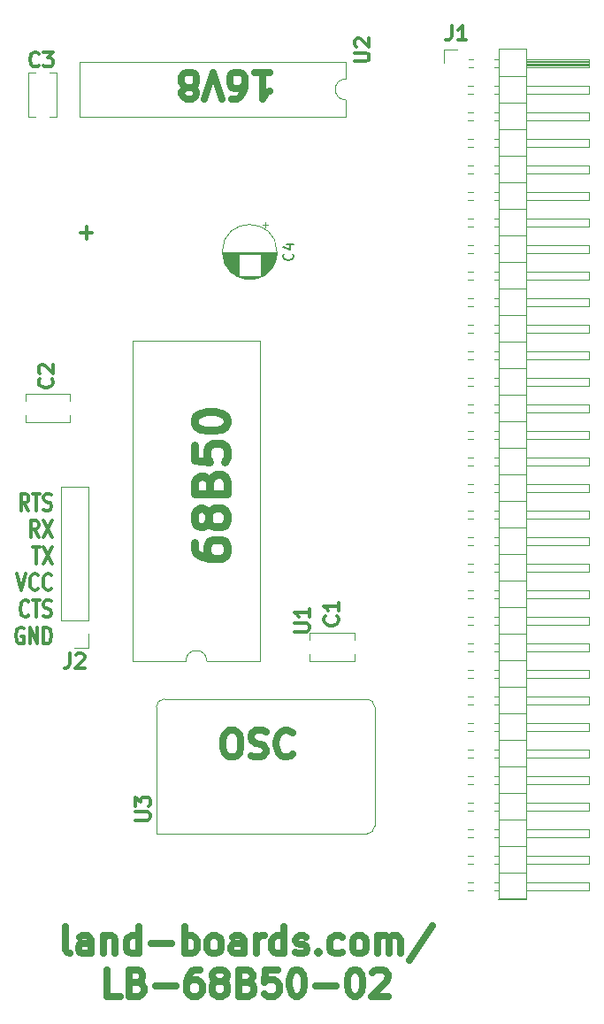
<source format=gto>
G04 #@! TF.GenerationSoftware,KiCad,Pcbnew,8.0.4*
G04 #@! TF.CreationDate,2024-09-11T13:37:03-04:00*
G04 #@! TF.ProjectId,LB-68B50-02,4c422d36-3842-4353-902d-30322e6b6963,2*
G04 #@! TF.SameCoordinates,Original*
G04 #@! TF.FileFunction,Legend,Top*
G04 #@! TF.FilePolarity,Positive*
%FSLAX46Y46*%
G04 Gerber Fmt 4.6, Leading zero omitted, Abs format (unit mm)*
G04 Created by KiCad (PCBNEW 8.0.4) date 2024-09-11 13:37:03*
%MOMM*%
%LPD*%
G01*
G04 APERTURE LIST*
%ADD10C,0.300000*%
%ADD11C,0.635000*%
%ADD12C,0.793750*%
%ADD13C,0.150000*%
%ADD14C,0.349250*%
%ADD15C,0.120000*%
G04 APERTURE END LIST*
D10*
X141270510Y-70857400D02*
X142413368Y-70857400D01*
X141841939Y-71428828D02*
X141841939Y-70285971D01*
D11*
X155545971Y-118464632D02*
X156029780Y-118464632D01*
X156029780Y-118464632D02*
X156271685Y-118585584D01*
X156271685Y-118585584D02*
X156513590Y-118827489D01*
X156513590Y-118827489D02*
X156634542Y-119311299D01*
X156634542Y-119311299D02*
X156634542Y-120157965D01*
X156634542Y-120157965D02*
X156513590Y-120641775D01*
X156513590Y-120641775D02*
X156271685Y-120883680D01*
X156271685Y-120883680D02*
X156029780Y-121004632D01*
X156029780Y-121004632D02*
X155545971Y-121004632D01*
X155545971Y-121004632D02*
X155304066Y-120883680D01*
X155304066Y-120883680D02*
X155062161Y-120641775D01*
X155062161Y-120641775D02*
X154941209Y-120157965D01*
X154941209Y-120157965D02*
X154941209Y-119311299D01*
X154941209Y-119311299D02*
X155062161Y-118827489D01*
X155062161Y-118827489D02*
X155304066Y-118585584D01*
X155304066Y-118585584D02*
X155545971Y-118464632D01*
X157602161Y-120883680D02*
X157965018Y-121004632D01*
X157965018Y-121004632D02*
X158569780Y-121004632D01*
X158569780Y-121004632D02*
X158811685Y-120883680D01*
X158811685Y-120883680D02*
X158932637Y-120762727D01*
X158932637Y-120762727D02*
X159053590Y-120520822D01*
X159053590Y-120520822D02*
X159053590Y-120278918D01*
X159053590Y-120278918D02*
X158932637Y-120037013D01*
X158932637Y-120037013D02*
X158811685Y-119916060D01*
X158811685Y-119916060D02*
X158569780Y-119795108D01*
X158569780Y-119795108D02*
X158085971Y-119674156D01*
X158085971Y-119674156D02*
X157844066Y-119553203D01*
X157844066Y-119553203D02*
X157723113Y-119432251D01*
X157723113Y-119432251D02*
X157602161Y-119190346D01*
X157602161Y-119190346D02*
X157602161Y-118948441D01*
X157602161Y-118948441D02*
X157723113Y-118706537D01*
X157723113Y-118706537D02*
X157844066Y-118585584D01*
X157844066Y-118585584D02*
X158085971Y-118464632D01*
X158085971Y-118464632D02*
X158690732Y-118464632D01*
X158690732Y-118464632D02*
X159053590Y-118585584D01*
X161593590Y-120762727D02*
X161472638Y-120883680D01*
X161472638Y-120883680D02*
X161109780Y-121004632D01*
X161109780Y-121004632D02*
X160867876Y-121004632D01*
X160867876Y-121004632D02*
X160505019Y-120883680D01*
X160505019Y-120883680D02*
X160263114Y-120641775D01*
X160263114Y-120641775D02*
X160142161Y-120399870D01*
X160142161Y-120399870D02*
X160021209Y-119916060D01*
X160021209Y-119916060D02*
X160021209Y-119553203D01*
X160021209Y-119553203D02*
X160142161Y-119069394D01*
X160142161Y-119069394D02*
X160263114Y-118827489D01*
X160263114Y-118827489D02*
X160505019Y-118585584D01*
X160505019Y-118585584D02*
X160867876Y-118464632D01*
X160867876Y-118464632D02*
X161109780Y-118464632D01*
X161109780Y-118464632D02*
X161472638Y-118585584D01*
X161472638Y-118585584D02*
X161593590Y-118706537D01*
D12*
X152176540Y-100514453D02*
X152176540Y-101119215D01*
X152176540Y-101119215D02*
X152327730Y-101421596D01*
X152327730Y-101421596D02*
X152478921Y-101572786D01*
X152478921Y-101572786D02*
X152932492Y-101875167D01*
X152932492Y-101875167D02*
X153537254Y-102026358D01*
X153537254Y-102026358D02*
X154746778Y-102026358D01*
X154746778Y-102026358D02*
X155049159Y-101875167D01*
X155049159Y-101875167D02*
X155200350Y-101723977D01*
X155200350Y-101723977D02*
X155351540Y-101421596D01*
X155351540Y-101421596D02*
X155351540Y-100816834D01*
X155351540Y-100816834D02*
X155200350Y-100514453D01*
X155200350Y-100514453D02*
X155049159Y-100363262D01*
X155049159Y-100363262D02*
X154746778Y-100212072D01*
X154746778Y-100212072D02*
X153990826Y-100212072D01*
X153990826Y-100212072D02*
X153688445Y-100363262D01*
X153688445Y-100363262D02*
X153537254Y-100514453D01*
X153537254Y-100514453D02*
X153386064Y-100816834D01*
X153386064Y-100816834D02*
X153386064Y-101421596D01*
X153386064Y-101421596D02*
X153537254Y-101723977D01*
X153537254Y-101723977D02*
X153688445Y-101875167D01*
X153688445Y-101875167D02*
X153990826Y-102026358D01*
X153537254Y-98397786D02*
X153386064Y-98700167D01*
X153386064Y-98700167D02*
X153234873Y-98851357D01*
X153234873Y-98851357D02*
X152932492Y-99002548D01*
X152932492Y-99002548D02*
X152781302Y-99002548D01*
X152781302Y-99002548D02*
X152478921Y-98851357D01*
X152478921Y-98851357D02*
X152327730Y-98700167D01*
X152327730Y-98700167D02*
X152176540Y-98397786D01*
X152176540Y-98397786D02*
X152176540Y-97793024D01*
X152176540Y-97793024D02*
X152327730Y-97490643D01*
X152327730Y-97490643D02*
X152478921Y-97339452D01*
X152478921Y-97339452D02*
X152781302Y-97188262D01*
X152781302Y-97188262D02*
X152932492Y-97188262D01*
X152932492Y-97188262D02*
X153234873Y-97339452D01*
X153234873Y-97339452D02*
X153386064Y-97490643D01*
X153386064Y-97490643D02*
X153537254Y-97793024D01*
X153537254Y-97793024D02*
X153537254Y-98397786D01*
X153537254Y-98397786D02*
X153688445Y-98700167D01*
X153688445Y-98700167D02*
X153839635Y-98851357D01*
X153839635Y-98851357D02*
X154142016Y-99002548D01*
X154142016Y-99002548D02*
X154746778Y-99002548D01*
X154746778Y-99002548D02*
X155049159Y-98851357D01*
X155049159Y-98851357D02*
X155200350Y-98700167D01*
X155200350Y-98700167D02*
X155351540Y-98397786D01*
X155351540Y-98397786D02*
X155351540Y-97793024D01*
X155351540Y-97793024D02*
X155200350Y-97490643D01*
X155200350Y-97490643D02*
X155049159Y-97339452D01*
X155049159Y-97339452D02*
X154746778Y-97188262D01*
X154746778Y-97188262D02*
X154142016Y-97188262D01*
X154142016Y-97188262D02*
X153839635Y-97339452D01*
X153839635Y-97339452D02*
X153688445Y-97490643D01*
X153688445Y-97490643D02*
X153537254Y-97793024D01*
X153688445Y-94769214D02*
X153839635Y-94315642D01*
X153839635Y-94315642D02*
X153990826Y-94164452D01*
X153990826Y-94164452D02*
X154293207Y-94013261D01*
X154293207Y-94013261D02*
X154746778Y-94013261D01*
X154746778Y-94013261D02*
X155049159Y-94164452D01*
X155049159Y-94164452D02*
X155200350Y-94315642D01*
X155200350Y-94315642D02*
X155351540Y-94618023D01*
X155351540Y-94618023D02*
X155351540Y-95827547D01*
X155351540Y-95827547D02*
X152176540Y-95827547D01*
X152176540Y-95827547D02*
X152176540Y-94769214D01*
X152176540Y-94769214D02*
X152327730Y-94466833D01*
X152327730Y-94466833D02*
X152478921Y-94315642D01*
X152478921Y-94315642D02*
X152781302Y-94164452D01*
X152781302Y-94164452D02*
X153083683Y-94164452D01*
X153083683Y-94164452D02*
X153386064Y-94315642D01*
X153386064Y-94315642D02*
X153537254Y-94466833D01*
X153537254Y-94466833D02*
X153688445Y-94769214D01*
X153688445Y-94769214D02*
X153688445Y-95827547D01*
X152176540Y-91140642D02*
X152176540Y-92652547D01*
X152176540Y-92652547D02*
X153688445Y-92803738D01*
X153688445Y-92803738D02*
X153537254Y-92652547D01*
X153537254Y-92652547D02*
X153386064Y-92350166D01*
X153386064Y-92350166D02*
X153386064Y-91594214D01*
X153386064Y-91594214D02*
X153537254Y-91291833D01*
X153537254Y-91291833D02*
X153688445Y-91140642D01*
X153688445Y-91140642D02*
X153990826Y-90989452D01*
X153990826Y-90989452D02*
X154746778Y-90989452D01*
X154746778Y-90989452D02*
X155049159Y-91140642D01*
X155049159Y-91140642D02*
X155200350Y-91291833D01*
X155200350Y-91291833D02*
X155351540Y-91594214D01*
X155351540Y-91594214D02*
X155351540Y-92350166D01*
X155351540Y-92350166D02*
X155200350Y-92652547D01*
X155200350Y-92652547D02*
X155049159Y-92803738D01*
X152176540Y-89023975D02*
X152176540Y-88721594D01*
X152176540Y-88721594D02*
X152327730Y-88419213D01*
X152327730Y-88419213D02*
X152478921Y-88268023D01*
X152478921Y-88268023D02*
X152781302Y-88116832D01*
X152781302Y-88116832D02*
X153386064Y-87965642D01*
X153386064Y-87965642D02*
X154142016Y-87965642D01*
X154142016Y-87965642D02*
X154746778Y-88116832D01*
X154746778Y-88116832D02*
X155049159Y-88268023D01*
X155049159Y-88268023D02*
X155200350Y-88419213D01*
X155200350Y-88419213D02*
X155351540Y-88721594D01*
X155351540Y-88721594D02*
X155351540Y-89023975D01*
X155351540Y-89023975D02*
X155200350Y-89326356D01*
X155200350Y-89326356D02*
X155049159Y-89477547D01*
X155049159Y-89477547D02*
X154746778Y-89628737D01*
X154746778Y-89628737D02*
X154142016Y-89779928D01*
X154142016Y-89779928D02*
X153386064Y-89779928D01*
X153386064Y-89779928D02*
X152781302Y-89628737D01*
X152781302Y-89628737D02*
X152478921Y-89477547D01*
X152478921Y-89477547D02*
X152327730Y-89326356D01*
X152327730Y-89326356D02*
X152176540Y-89023975D01*
D11*
X140232192Y-139813403D02*
X139990287Y-139692451D01*
X139990287Y-139692451D02*
X139869334Y-139450546D01*
X139869334Y-139450546D02*
X139869334Y-137273403D01*
X142288382Y-139813403D02*
X142288382Y-138482927D01*
X142288382Y-138482927D02*
X142167429Y-138241022D01*
X142167429Y-138241022D02*
X141925525Y-138120070D01*
X141925525Y-138120070D02*
X141441715Y-138120070D01*
X141441715Y-138120070D02*
X141199810Y-138241022D01*
X142288382Y-139692451D02*
X142046477Y-139813403D01*
X142046477Y-139813403D02*
X141441715Y-139813403D01*
X141441715Y-139813403D02*
X141199810Y-139692451D01*
X141199810Y-139692451D02*
X141078858Y-139450546D01*
X141078858Y-139450546D02*
X141078858Y-139208641D01*
X141078858Y-139208641D02*
X141199810Y-138966736D01*
X141199810Y-138966736D02*
X141441715Y-138845784D01*
X141441715Y-138845784D02*
X142046477Y-138845784D01*
X142046477Y-138845784D02*
X142288382Y-138724831D01*
X143497905Y-138120070D02*
X143497905Y-139813403D01*
X143497905Y-138361974D02*
X143618858Y-138241022D01*
X143618858Y-138241022D02*
X143860763Y-138120070D01*
X143860763Y-138120070D02*
X144223620Y-138120070D01*
X144223620Y-138120070D02*
X144465524Y-138241022D01*
X144465524Y-138241022D02*
X144586477Y-138482927D01*
X144586477Y-138482927D02*
X144586477Y-139813403D01*
X146884572Y-139813403D02*
X146884572Y-137273403D01*
X146884572Y-139692451D02*
X146642667Y-139813403D01*
X146642667Y-139813403D02*
X146158858Y-139813403D01*
X146158858Y-139813403D02*
X145916953Y-139692451D01*
X145916953Y-139692451D02*
X145796000Y-139571498D01*
X145796000Y-139571498D02*
X145675048Y-139329593D01*
X145675048Y-139329593D02*
X145675048Y-138603879D01*
X145675048Y-138603879D02*
X145796000Y-138361974D01*
X145796000Y-138361974D02*
X145916953Y-138241022D01*
X145916953Y-138241022D02*
X146158858Y-138120070D01*
X146158858Y-138120070D02*
X146642667Y-138120070D01*
X146642667Y-138120070D02*
X146884572Y-138241022D01*
X148094095Y-138845784D02*
X150029334Y-138845784D01*
X151238857Y-139813403D02*
X151238857Y-137273403D01*
X151238857Y-138241022D02*
X151480762Y-138120070D01*
X151480762Y-138120070D02*
X151964572Y-138120070D01*
X151964572Y-138120070D02*
X152206476Y-138241022D01*
X152206476Y-138241022D02*
X152327429Y-138361974D01*
X152327429Y-138361974D02*
X152448381Y-138603879D01*
X152448381Y-138603879D02*
X152448381Y-139329593D01*
X152448381Y-139329593D02*
X152327429Y-139571498D01*
X152327429Y-139571498D02*
X152206476Y-139692451D01*
X152206476Y-139692451D02*
X151964572Y-139813403D01*
X151964572Y-139813403D02*
X151480762Y-139813403D01*
X151480762Y-139813403D02*
X151238857Y-139692451D01*
X153899810Y-139813403D02*
X153657905Y-139692451D01*
X153657905Y-139692451D02*
X153536952Y-139571498D01*
X153536952Y-139571498D02*
X153416000Y-139329593D01*
X153416000Y-139329593D02*
X153416000Y-138603879D01*
X153416000Y-138603879D02*
X153536952Y-138361974D01*
X153536952Y-138361974D02*
X153657905Y-138241022D01*
X153657905Y-138241022D02*
X153899810Y-138120070D01*
X153899810Y-138120070D02*
X154262667Y-138120070D01*
X154262667Y-138120070D02*
X154504571Y-138241022D01*
X154504571Y-138241022D02*
X154625524Y-138361974D01*
X154625524Y-138361974D02*
X154746476Y-138603879D01*
X154746476Y-138603879D02*
X154746476Y-139329593D01*
X154746476Y-139329593D02*
X154625524Y-139571498D01*
X154625524Y-139571498D02*
X154504571Y-139692451D01*
X154504571Y-139692451D02*
X154262667Y-139813403D01*
X154262667Y-139813403D02*
X153899810Y-139813403D01*
X156923619Y-139813403D02*
X156923619Y-138482927D01*
X156923619Y-138482927D02*
X156802666Y-138241022D01*
X156802666Y-138241022D02*
X156560762Y-138120070D01*
X156560762Y-138120070D02*
X156076952Y-138120070D01*
X156076952Y-138120070D02*
X155835047Y-138241022D01*
X156923619Y-139692451D02*
X156681714Y-139813403D01*
X156681714Y-139813403D02*
X156076952Y-139813403D01*
X156076952Y-139813403D02*
X155835047Y-139692451D01*
X155835047Y-139692451D02*
X155714095Y-139450546D01*
X155714095Y-139450546D02*
X155714095Y-139208641D01*
X155714095Y-139208641D02*
X155835047Y-138966736D01*
X155835047Y-138966736D02*
X156076952Y-138845784D01*
X156076952Y-138845784D02*
X156681714Y-138845784D01*
X156681714Y-138845784D02*
X156923619Y-138724831D01*
X158133142Y-139813403D02*
X158133142Y-138120070D01*
X158133142Y-138603879D02*
X158254095Y-138361974D01*
X158254095Y-138361974D02*
X158375047Y-138241022D01*
X158375047Y-138241022D02*
X158616952Y-138120070D01*
X158616952Y-138120070D02*
X158858857Y-138120070D01*
X160794095Y-139813403D02*
X160794095Y-137273403D01*
X160794095Y-139692451D02*
X160552190Y-139813403D01*
X160552190Y-139813403D02*
X160068381Y-139813403D01*
X160068381Y-139813403D02*
X159826476Y-139692451D01*
X159826476Y-139692451D02*
X159705523Y-139571498D01*
X159705523Y-139571498D02*
X159584571Y-139329593D01*
X159584571Y-139329593D02*
X159584571Y-138603879D01*
X159584571Y-138603879D02*
X159705523Y-138361974D01*
X159705523Y-138361974D02*
X159826476Y-138241022D01*
X159826476Y-138241022D02*
X160068381Y-138120070D01*
X160068381Y-138120070D02*
X160552190Y-138120070D01*
X160552190Y-138120070D02*
X160794095Y-138241022D01*
X161882666Y-139692451D02*
X162124571Y-139813403D01*
X162124571Y-139813403D02*
X162608380Y-139813403D01*
X162608380Y-139813403D02*
X162850285Y-139692451D01*
X162850285Y-139692451D02*
X162971237Y-139450546D01*
X162971237Y-139450546D02*
X162971237Y-139329593D01*
X162971237Y-139329593D02*
X162850285Y-139087689D01*
X162850285Y-139087689D02*
X162608380Y-138966736D01*
X162608380Y-138966736D02*
X162245523Y-138966736D01*
X162245523Y-138966736D02*
X162003618Y-138845784D01*
X162003618Y-138845784D02*
X161882666Y-138603879D01*
X161882666Y-138603879D02*
X161882666Y-138482927D01*
X161882666Y-138482927D02*
X162003618Y-138241022D01*
X162003618Y-138241022D02*
X162245523Y-138120070D01*
X162245523Y-138120070D02*
X162608380Y-138120070D01*
X162608380Y-138120070D02*
X162850285Y-138241022D01*
X164059808Y-139571498D02*
X164180761Y-139692451D01*
X164180761Y-139692451D02*
X164059808Y-139813403D01*
X164059808Y-139813403D02*
X163938856Y-139692451D01*
X163938856Y-139692451D02*
X164059808Y-139571498D01*
X164059808Y-139571498D02*
X164059808Y-139813403D01*
X166357904Y-139692451D02*
X166115999Y-139813403D01*
X166115999Y-139813403D02*
X165632190Y-139813403D01*
X165632190Y-139813403D02*
X165390285Y-139692451D01*
X165390285Y-139692451D02*
X165269332Y-139571498D01*
X165269332Y-139571498D02*
X165148380Y-139329593D01*
X165148380Y-139329593D02*
X165148380Y-138603879D01*
X165148380Y-138603879D02*
X165269332Y-138361974D01*
X165269332Y-138361974D02*
X165390285Y-138241022D01*
X165390285Y-138241022D02*
X165632190Y-138120070D01*
X165632190Y-138120070D02*
X166115999Y-138120070D01*
X166115999Y-138120070D02*
X166357904Y-138241022D01*
X167809333Y-139813403D02*
X167567428Y-139692451D01*
X167567428Y-139692451D02*
X167446475Y-139571498D01*
X167446475Y-139571498D02*
X167325523Y-139329593D01*
X167325523Y-139329593D02*
X167325523Y-138603879D01*
X167325523Y-138603879D02*
X167446475Y-138361974D01*
X167446475Y-138361974D02*
X167567428Y-138241022D01*
X167567428Y-138241022D02*
X167809333Y-138120070D01*
X167809333Y-138120070D02*
X168172190Y-138120070D01*
X168172190Y-138120070D02*
X168414094Y-138241022D01*
X168414094Y-138241022D02*
X168535047Y-138361974D01*
X168535047Y-138361974D02*
X168655999Y-138603879D01*
X168655999Y-138603879D02*
X168655999Y-139329593D01*
X168655999Y-139329593D02*
X168535047Y-139571498D01*
X168535047Y-139571498D02*
X168414094Y-139692451D01*
X168414094Y-139692451D02*
X168172190Y-139813403D01*
X168172190Y-139813403D02*
X167809333Y-139813403D01*
X169744570Y-139813403D02*
X169744570Y-138120070D01*
X169744570Y-138361974D02*
X169865523Y-138241022D01*
X169865523Y-138241022D02*
X170107428Y-138120070D01*
X170107428Y-138120070D02*
X170470285Y-138120070D01*
X170470285Y-138120070D02*
X170712189Y-138241022D01*
X170712189Y-138241022D02*
X170833142Y-138482927D01*
X170833142Y-138482927D02*
X170833142Y-139813403D01*
X170833142Y-138482927D02*
X170954094Y-138241022D01*
X170954094Y-138241022D02*
X171195999Y-138120070D01*
X171195999Y-138120070D02*
X171558856Y-138120070D01*
X171558856Y-138120070D02*
X171800761Y-138241022D01*
X171800761Y-138241022D02*
X171921713Y-138482927D01*
X171921713Y-138482927D02*
X171921713Y-139813403D01*
X174945523Y-137152451D02*
X172768380Y-140418165D01*
X145070284Y-143902661D02*
X143860760Y-143902661D01*
X143860760Y-143902661D02*
X143860760Y-141362661D01*
X146763617Y-142572185D02*
X147126474Y-142693137D01*
X147126474Y-142693137D02*
X147247427Y-142814089D01*
X147247427Y-142814089D02*
X147368379Y-143055994D01*
X147368379Y-143055994D02*
X147368379Y-143418851D01*
X147368379Y-143418851D02*
X147247427Y-143660756D01*
X147247427Y-143660756D02*
X147126474Y-143781709D01*
X147126474Y-143781709D02*
X146884569Y-143902661D01*
X146884569Y-143902661D02*
X145916950Y-143902661D01*
X145916950Y-143902661D02*
X145916950Y-141362661D01*
X145916950Y-141362661D02*
X146763617Y-141362661D01*
X146763617Y-141362661D02*
X147005522Y-141483613D01*
X147005522Y-141483613D02*
X147126474Y-141604566D01*
X147126474Y-141604566D02*
X147247427Y-141846470D01*
X147247427Y-141846470D02*
X147247427Y-142088375D01*
X147247427Y-142088375D02*
X147126474Y-142330280D01*
X147126474Y-142330280D02*
X147005522Y-142451232D01*
X147005522Y-142451232D02*
X146763617Y-142572185D01*
X146763617Y-142572185D02*
X145916950Y-142572185D01*
X148456950Y-142935042D02*
X150392189Y-142935042D01*
X152690284Y-141362661D02*
X152206474Y-141362661D01*
X152206474Y-141362661D02*
X151964570Y-141483613D01*
X151964570Y-141483613D02*
X151843617Y-141604566D01*
X151843617Y-141604566D02*
X151601712Y-141967423D01*
X151601712Y-141967423D02*
X151480760Y-142451232D01*
X151480760Y-142451232D02*
X151480760Y-143418851D01*
X151480760Y-143418851D02*
X151601712Y-143660756D01*
X151601712Y-143660756D02*
X151722665Y-143781709D01*
X151722665Y-143781709D02*
X151964570Y-143902661D01*
X151964570Y-143902661D02*
X152448379Y-143902661D01*
X152448379Y-143902661D02*
X152690284Y-143781709D01*
X152690284Y-143781709D02*
X152811236Y-143660756D01*
X152811236Y-143660756D02*
X152932189Y-143418851D01*
X152932189Y-143418851D02*
X152932189Y-142814089D01*
X152932189Y-142814089D02*
X152811236Y-142572185D01*
X152811236Y-142572185D02*
X152690284Y-142451232D01*
X152690284Y-142451232D02*
X152448379Y-142330280D01*
X152448379Y-142330280D02*
X151964570Y-142330280D01*
X151964570Y-142330280D02*
X151722665Y-142451232D01*
X151722665Y-142451232D02*
X151601712Y-142572185D01*
X151601712Y-142572185D02*
X151480760Y-142814089D01*
X154383618Y-142451232D02*
X154141713Y-142330280D01*
X154141713Y-142330280D02*
X154020760Y-142209328D01*
X154020760Y-142209328D02*
X153899808Y-141967423D01*
X153899808Y-141967423D02*
X153899808Y-141846470D01*
X153899808Y-141846470D02*
X154020760Y-141604566D01*
X154020760Y-141604566D02*
X154141713Y-141483613D01*
X154141713Y-141483613D02*
X154383618Y-141362661D01*
X154383618Y-141362661D02*
X154867427Y-141362661D01*
X154867427Y-141362661D02*
X155109332Y-141483613D01*
X155109332Y-141483613D02*
X155230284Y-141604566D01*
X155230284Y-141604566D02*
X155351237Y-141846470D01*
X155351237Y-141846470D02*
X155351237Y-141967423D01*
X155351237Y-141967423D02*
X155230284Y-142209328D01*
X155230284Y-142209328D02*
X155109332Y-142330280D01*
X155109332Y-142330280D02*
X154867427Y-142451232D01*
X154867427Y-142451232D02*
X154383618Y-142451232D01*
X154383618Y-142451232D02*
X154141713Y-142572185D01*
X154141713Y-142572185D02*
X154020760Y-142693137D01*
X154020760Y-142693137D02*
X153899808Y-142935042D01*
X153899808Y-142935042D02*
X153899808Y-143418851D01*
X153899808Y-143418851D02*
X154020760Y-143660756D01*
X154020760Y-143660756D02*
X154141713Y-143781709D01*
X154141713Y-143781709D02*
X154383618Y-143902661D01*
X154383618Y-143902661D02*
X154867427Y-143902661D01*
X154867427Y-143902661D02*
X155109332Y-143781709D01*
X155109332Y-143781709D02*
X155230284Y-143660756D01*
X155230284Y-143660756D02*
X155351237Y-143418851D01*
X155351237Y-143418851D02*
X155351237Y-142935042D01*
X155351237Y-142935042D02*
X155230284Y-142693137D01*
X155230284Y-142693137D02*
X155109332Y-142572185D01*
X155109332Y-142572185D02*
X154867427Y-142451232D01*
X157286475Y-142572185D02*
X157649332Y-142693137D01*
X157649332Y-142693137D02*
X157770285Y-142814089D01*
X157770285Y-142814089D02*
X157891237Y-143055994D01*
X157891237Y-143055994D02*
X157891237Y-143418851D01*
X157891237Y-143418851D02*
X157770285Y-143660756D01*
X157770285Y-143660756D02*
X157649332Y-143781709D01*
X157649332Y-143781709D02*
X157407427Y-143902661D01*
X157407427Y-143902661D02*
X156439808Y-143902661D01*
X156439808Y-143902661D02*
X156439808Y-141362661D01*
X156439808Y-141362661D02*
X157286475Y-141362661D01*
X157286475Y-141362661D02*
X157528380Y-141483613D01*
X157528380Y-141483613D02*
X157649332Y-141604566D01*
X157649332Y-141604566D02*
X157770285Y-141846470D01*
X157770285Y-141846470D02*
X157770285Y-142088375D01*
X157770285Y-142088375D02*
X157649332Y-142330280D01*
X157649332Y-142330280D02*
X157528380Y-142451232D01*
X157528380Y-142451232D02*
X157286475Y-142572185D01*
X157286475Y-142572185D02*
X156439808Y-142572185D01*
X160189332Y-141362661D02*
X158979808Y-141362661D01*
X158979808Y-141362661D02*
X158858856Y-142572185D01*
X158858856Y-142572185D02*
X158979808Y-142451232D01*
X158979808Y-142451232D02*
X159221713Y-142330280D01*
X159221713Y-142330280D02*
X159826475Y-142330280D01*
X159826475Y-142330280D02*
X160068380Y-142451232D01*
X160068380Y-142451232D02*
X160189332Y-142572185D01*
X160189332Y-142572185D02*
X160310285Y-142814089D01*
X160310285Y-142814089D02*
X160310285Y-143418851D01*
X160310285Y-143418851D02*
X160189332Y-143660756D01*
X160189332Y-143660756D02*
X160068380Y-143781709D01*
X160068380Y-143781709D02*
X159826475Y-143902661D01*
X159826475Y-143902661D02*
X159221713Y-143902661D01*
X159221713Y-143902661D02*
X158979808Y-143781709D01*
X158979808Y-143781709D02*
X158858856Y-143660756D01*
X161882666Y-141362661D02*
X162124571Y-141362661D01*
X162124571Y-141362661D02*
X162366475Y-141483613D01*
X162366475Y-141483613D02*
X162487428Y-141604566D01*
X162487428Y-141604566D02*
X162608380Y-141846470D01*
X162608380Y-141846470D02*
X162729333Y-142330280D01*
X162729333Y-142330280D02*
X162729333Y-142935042D01*
X162729333Y-142935042D02*
X162608380Y-143418851D01*
X162608380Y-143418851D02*
X162487428Y-143660756D01*
X162487428Y-143660756D02*
X162366475Y-143781709D01*
X162366475Y-143781709D02*
X162124571Y-143902661D01*
X162124571Y-143902661D02*
X161882666Y-143902661D01*
X161882666Y-143902661D02*
X161640761Y-143781709D01*
X161640761Y-143781709D02*
X161519809Y-143660756D01*
X161519809Y-143660756D02*
X161398856Y-143418851D01*
X161398856Y-143418851D02*
X161277904Y-142935042D01*
X161277904Y-142935042D02*
X161277904Y-142330280D01*
X161277904Y-142330280D02*
X161398856Y-141846470D01*
X161398856Y-141846470D02*
X161519809Y-141604566D01*
X161519809Y-141604566D02*
X161640761Y-141483613D01*
X161640761Y-141483613D02*
X161882666Y-141362661D01*
X163817904Y-142935042D02*
X165753143Y-142935042D01*
X167446476Y-141362661D02*
X167688381Y-141362661D01*
X167688381Y-141362661D02*
X167930285Y-141483613D01*
X167930285Y-141483613D02*
X168051238Y-141604566D01*
X168051238Y-141604566D02*
X168172190Y-141846470D01*
X168172190Y-141846470D02*
X168293143Y-142330280D01*
X168293143Y-142330280D02*
X168293143Y-142935042D01*
X168293143Y-142935042D02*
X168172190Y-143418851D01*
X168172190Y-143418851D02*
X168051238Y-143660756D01*
X168051238Y-143660756D02*
X167930285Y-143781709D01*
X167930285Y-143781709D02*
X167688381Y-143902661D01*
X167688381Y-143902661D02*
X167446476Y-143902661D01*
X167446476Y-143902661D02*
X167204571Y-143781709D01*
X167204571Y-143781709D02*
X167083619Y-143660756D01*
X167083619Y-143660756D02*
X166962666Y-143418851D01*
X166962666Y-143418851D02*
X166841714Y-142935042D01*
X166841714Y-142935042D02*
X166841714Y-142330280D01*
X166841714Y-142330280D02*
X166962666Y-141846470D01*
X166962666Y-141846470D02*
X167083619Y-141604566D01*
X167083619Y-141604566D02*
X167204571Y-141483613D01*
X167204571Y-141483613D02*
X167446476Y-141362661D01*
X169260762Y-141604566D02*
X169381714Y-141483613D01*
X169381714Y-141483613D02*
X169623619Y-141362661D01*
X169623619Y-141362661D02*
X170228381Y-141362661D01*
X170228381Y-141362661D02*
X170470286Y-141483613D01*
X170470286Y-141483613D02*
X170591238Y-141604566D01*
X170591238Y-141604566D02*
X170712191Y-141846470D01*
X170712191Y-141846470D02*
X170712191Y-142088375D01*
X170712191Y-142088375D02*
X170591238Y-142451232D01*
X170591238Y-142451232D02*
X169139810Y-143902661D01*
X169139810Y-143902661D02*
X170712191Y-143902661D01*
D10*
X136321584Y-97405495D02*
X135898250Y-96649542D01*
X135595869Y-97405495D02*
X135595869Y-95817995D01*
X135595869Y-95817995D02*
X136079679Y-95817995D01*
X136079679Y-95817995D02*
X136200631Y-95893590D01*
X136200631Y-95893590D02*
X136261108Y-95969185D01*
X136261108Y-95969185D02*
X136321584Y-96120376D01*
X136321584Y-96120376D02*
X136321584Y-96347161D01*
X136321584Y-96347161D02*
X136261108Y-96498352D01*
X136261108Y-96498352D02*
X136200631Y-96573947D01*
X136200631Y-96573947D02*
X136079679Y-96649542D01*
X136079679Y-96649542D02*
X135595869Y-96649542D01*
X136684441Y-95817995D02*
X137410155Y-95817995D01*
X137047298Y-97405495D02*
X137047298Y-95817995D01*
X137773012Y-97329900D02*
X137954441Y-97405495D01*
X137954441Y-97405495D02*
X138256822Y-97405495D01*
X138256822Y-97405495D02*
X138377774Y-97329900D01*
X138377774Y-97329900D02*
X138438250Y-97254304D01*
X138438250Y-97254304D02*
X138498727Y-97103114D01*
X138498727Y-97103114D02*
X138498727Y-96951923D01*
X138498727Y-96951923D02*
X138438250Y-96800733D01*
X138438250Y-96800733D02*
X138377774Y-96725138D01*
X138377774Y-96725138D02*
X138256822Y-96649542D01*
X138256822Y-96649542D02*
X138014917Y-96573947D01*
X138014917Y-96573947D02*
X137893965Y-96498352D01*
X137893965Y-96498352D02*
X137833488Y-96422757D01*
X137833488Y-96422757D02*
X137773012Y-96271566D01*
X137773012Y-96271566D02*
X137773012Y-96120376D01*
X137773012Y-96120376D02*
X137833488Y-95969185D01*
X137833488Y-95969185D02*
X137893965Y-95893590D01*
X137893965Y-95893590D02*
X138014917Y-95817995D01*
X138014917Y-95817995D02*
X138317298Y-95817995D01*
X138317298Y-95817995D02*
X138498727Y-95893590D01*
X137289203Y-99961281D02*
X136865869Y-99205328D01*
X136563488Y-99961281D02*
X136563488Y-98373781D01*
X136563488Y-98373781D02*
X137047298Y-98373781D01*
X137047298Y-98373781D02*
X137168250Y-98449376D01*
X137168250Y-98449376D02*
X137228727Y-98524971D01*
X137228727Y-98524971D02*
X137289203Y-98676162D01*
X137289203Y-98676162D02*
X137289203Y-98902947D01*
X137289203Y-98902947D02*
X137228727Y-99054138D01*
X137228727Y-99054138D02*
X137168250Y-99129733D01*
X137168250Y-99129733D02*
X137047298Y-99205328D01*
X137047298Y-99205328D02*
X136563488Y-99205328D01*
X137712536Y-98373781D02*
X138559203Y-99961281D01*
X138559203Y-98373781D02*
X137712536Y-99961281D01*
X136684441Y-100929567D02*
X137410155Y-100929567D01*
X137047298Y-102517067D02*
X137047298Y-100929567D01*
X137712536Y-100929567D02*
X138559203Y-102517067D01*
X138559203Y-100929567D02*
X137712536Y-102517067D01*
X135233013Y-103485353D02*
X135656346Y-105072853D01*
X135656346Y-105072853D02*
X136079680Y-103485353D01*
X137228727Y-104921662D02*
X137168251Y-104997258D01*
X137168251Y-104997258D02*
X136986822Y-105072853D01*
X136986822Y-105072853D02*
X136865870Y-105072853D01*
X136865870Y-105072853D02*
X136684441Y-104997258D01*
X136684441Y-104997258D02*
X136563489Y-104846067D01*
X136563489Y-104846067D02*
X136503012Y-104694877D01*
X136503012Y-104694877D02*
X136442536Y-104392496D01*
X136442536Y-104392496D02*
X136442536Y-104165710D01*
X136442536Y-104165710D02*
X136503012Y-103863329D01*
X136503012Y-103863329D02*
X136563489Y-103712138D01*
X136563489Y-103712138D02*
X136684441Y-103560948D01*
X136684441Y-103560948D02*
X136865870Y-103485353D01*
X136865870Y-103485353D02*
X136986822Y-103485353D01*
X136986822Y-103485353D02*
X137168251Y-103560948D01*
X137168251Y-103560948D02*
X137228727Y-103636543D01*
X138498727Y-104921662D02*
X138438251Y-104997258D01*
X138438251Y-104997258D02*
X138256822Y-105072853D01*
X138256822Y-105072853D02*
X138135870Y-105072853D01*
X138135870Y-105072853D02*
X137954441Y-104997258D01*
X137954441Y-104997258D02*
X137833489Y-104846067D01*
X137833489Y-104846067D02*
X137773012Y-104694877D01*
X137773012Y-104694877D02*
X137712536Y-104392496D01*
X137712536Y-104392496D02*
X137712536Y-104165710D01*
X137712536Y-104165710D02*
X137773012Y-103863329D01*
X137773012Y-103863329D02*
X137833489Y-103712138D01*
X137833489Y-103712138D02*
X137954441Y-103560948D01*
X137954441Y-103560948D02*
X138135870Y-103485353D01*
X138135870Y-103485353D02*
X138256822Y-103485353D01*
X138256822Y-103485353D02*
X138438251Y-103560948D01*
X138438251Y-103560948D02*
X138498727Y-103636543D01*
X136321584Y-107477448D02*
X136261108Y-107553044D01*
X136261108Y-107553044D02*
X136079679Y-107628639D01*
X136079679Y-107628639D02*
X135958727Y-107628639D01*
X135958727Y-107628639D02*
X135777298Y-107553044D01*
X135777298Y-107553044D02*
X135656346Y-107401853D01*
X135656346Y-107401853D02*
X135595869Y-107250663D01*
X135595869Y-107250663D02*
X135535393Y-106948282D01*
X135535393Y-106948282D02*
X135535393Y-106721496D01*
X135535393Y-106721496D02*
X135595869Y-106419115D01*
X135595869Y-106419115D02*
X135656346Y-106267924D01*
X135656346Y-106267924D02*
X135777298Y-106116734D01*
X135777298Y-106116734D02*
X135958727Y-106041139D01*
X135958727Y-106041139D02*
X136079679Y-106041139D01*
X136079679Y-106041139D02*
X136261108Y-106116734D01*
X136261108Y-106116734D02*
X136321584Y-106192329D01*
X136684441Y-106041139D02*
X137410155Y-106041139D01*
X137047298Y-107628639D02*
X137047298Y-106041139D01*
X137773012Y-107553044D02*
X137954441Y-107628639D01*
X137954441Y-107628639D02*
X138256822Y-107628639D01*
X138256822Y-107628639D02*
X138377774Y-107553044D01*
X138377774Y-107553044D02*
X138438250Y-107477448D01*
X138438250Y-107477448D02*
X138498727Y-107326258D01*
X138498727Y-107326258D02*
X138498727Y-107175067D01*
X138498727Y-107175067D02*
X138438250Y-107023877D01*
X138438250Y-107023877D02*
X138377774Y-106948282D01*
X138377774Y-106948282D02*
X138256822Y-106872686D01*
X138256822Y-106872686D02*
X138014917Y-106797091D01*
X138014917Y-106797091D02*
X137893965Y-106721496D01*
X137893965Y-106721496D02*
X137833488Y-106645901D01*
X137833488Y-106645901D02*
X137773012Y-106494710D01*
X137773012Y-106494710D02*
X137773012Y-106343520D01*
X137773012Y-106343520D02*
X137833488Y-106192329D01*
X137833488Y-106192329D02*
X137893965Y-106116734D01*
X137893965Y-106116734D02*
X138014917Y-106041139D01*
X138014917Y-106041139D02*
X138317298Y-106041139D01*
X138317298Y-106041139D02*
X138498727Y-106116734D01*
X135837775Y-108672520D02*
X135716822Y-108596925D01*
X135716822Y-108596925D02*
X135535394Y-108596925D01*
X135535394Y-108596925D02*
X135353965Y-108672520D01*
X135353965Y-108672520D02*
X135233013Y-108823710D01*
X135233013Y-108823710D02*
X135172536Y-108974901D01*
X135172536Y-108974901D02*
X135112060Y-109277282D01*
X135112060Y-109277282D02*
X135112060Y-109504068D01*
X135112060Y-109504068D02*
X135172536Y-109806449D01*
X135172536Y-109806449D02*
X135233013Y-109957639D01*
X135233013Y-109957639D02*
X135353965Y-110108830D01*
X135353965Y-110108830D02*
X135535394Y-110184425D01*
X135535394Y-110184425D02*
X135656346Y-110184425D01*
X135656346Y-110184425D02*
X135837775Y-110108830D01*
X135837775Y-110108830D02*
X135898251Y-110033234D01*
X135898251Y-110033234D02*
X135898251Y-109504068D01*
X135898251Y-109504068D02*
X135656346Y-109504068D01*
X136442536Y-110184425D02*
X136442536Y-108596925D01*
X136442536Y-108596925D02*
X137168251Y-110184425D01*
X137168251Y-110184425D02*
X137168251Y-108596925D01*
X137773012Y-110184425D02*
X137773012Y-108596925D01*
X137773012Y-108596925D02*
X138075393Y-108596925D01*
X138075393Y-108596925D02*
X138256822Y-108672520D01*
X138256822Y-108672520D02*
X138377774Y-108823710D01*
X138377774Y-108823710D02*
X138438251Y-108974901D01*
X138438251Y-108974901D02*
X138498727Y-109277282D01*
X138498727Y-109277282D02*
X138498727Y-109504068D01*
X138498727Y-109504068D02*
X138438251Y-109806449D01*
X138438251Y-109806449D02*
X138377774Y-109957639D01*
X138377774Y-109957639D02*
X138256822Y-110108830D01*
X138256822Y-110108830D02*
X138075393Y-110184425D01*
X138075393Y-110184425D02*
X137773012Y-110184425D01*
D11*
X157975904Y-55499967D02*
X159427333Y-55499967D01*
X158701619Y-55499967D02*
X158701619Y-58039967D01*
X158701619Y-58039967D02*
X158943523Y-57677110D01*
X158943523Y-57677110D02*
X159185428Y-57435205D01*
X159185428Y-57435205D02*
X159427333Y-57314253D01*
X155798761Y-58039967D02*
X156282571Y-58039967D01*
X156282571Y-58039967D02*
X156524475Y-57919015D01*
X156524475Y-57919015D02*
X156645428Y-57798062D01*
X156645428Y-57798062D02*
X156887333Y-57435205D01*
X156887333Y-57435205D02*
X157008285Y-56951396D01*
X157008285Y-56951396D02*
X157008285Y-55983777D01*
X157008285Y-55983777D02*
X156887333Y-55741872D01*
X156887333Y-55741872D02*
X156766380Y-55620920D01*
X156766380Y-55620920D02*
X156524475Y-55499967D01*
X156524475Y-55499967D02*
X156040666Y-55499967D01*
X156040666Y-55499967D02*
X155798761Y-55620920D01*
X155798761Y-55620920D02*
X155677809Y-55741872D01*
X155677809Y-55741872D02*
X155556856Y-55983777D01*
X155556856Y-55983777D02*
X155556856Y-56588539D01*
X155556856Y-56588539D02*
X155677809Y-56830443D01*
X155677809Y-56830443D02*
X155798761Y-56951396D01*
X155798761Y-56951396D02*
X156040666Y-57072348D01*
X156040666Y-57072348D02*
X156524475Y-57072348D01*
X156524475Y-57072348D02*
X156766380Y-56951396D01*
X156766380Y-56951396D02*
X156887333Y-56830443D01*
X156887333Y-56830443D02*
X157008285Y-56588539D01*
X154831142Y-58039967D02*
X153984475Y-55499967D01*
X153984475Y-55499967D02*
X153137808Y-58039967D01*
X151928284Y-56951396D02*
X152170189Y-57072348D01*
X152170189Y-57072348D02*
X152291142Y-57193300D01*
X152291142Y-57193300D02*
X152412094Y-57435205D01*
X152412094Y-57435205D02*
X152412094Y-57556158D01*
X152412094Y-57556158D02*
X152291142Y-57798062D01*
X152291142Y-57798062D02*
X152170189Y-57919015D01*
X152170189Y-57919015D02*
X151928284Y-58039967D01*
X151928284Y-58039967D02*
X151444475Y-58039967D01*
X151444475Y-58039967D02*
X151202570Y-57919015D01*
X151202570Y-57919015D02*
X151081618Y-57798062D01*
X151081618Y-57798062D02*
X150960665Y-57556158D01*
X150960665Y-57556158D02*
X150960665Y-57435205D01*
X150960665Y-57435205D02*
X151081618Y-57193300D01*
X151081618Y-57193300D02*
X151202570Y-57072348D01*
X151202570Y-57072348D02*
X151444475Y-56951396D01*
X151444475Y-56951396D02*
X151928284Y-56951396D01*
X151928284Y-56951396D02*
X152170189Y-56830443D01*
X152170189Y-56830443D02*
X152291142Y-56709491D01*
X152291142Y-56709491D02*
X152412094Y-56467586D01*
X152412094Y-56467586D02*
X152412094Y-55983777D01*
X152412094Y-55983777D02*
X152291142Y-55741872D01*
X152291142Y-55741872D02*
X152170189Y-55620920D01*
X152170189Y-55620920D02*
X151928284Y-55499967D01*
X151928284Y-55499967D02*
X151444475Y-55499967D01*
X151444475Y-55499967D02*
X151202570Y-55620920D01*
X151202570Y-55620920D02*
X151081618Y-55741872D01*
X151081618Y-55741872D02*
X150960665Y-55983777D01*
X150960665Y-55983777D02*
X150960665Y-56467586D01*
X150960665Y-56467586D02*
X151081618Y-56709491D01*
X151081618Y-56709491D02*
X151202570Y-56830443D01*
X151202570Y-56830443D02*
X151444475Y-56951396D01*
D13*
X161589580Y-72855554D02*
X161637200Y-72903173D01*
X161637200Y-72903173D02*
X161684819Y-73046030D01*
X161684819Y-73046030D02*
X161684819Y-73141268D01*
X161684819Y-73141268D02*
X161637200Y-73284125D01*
X161637200Y-73284125D02*
X161541961Y-73379363D01*
X161541961Y-73379363D02*
X161446723Y-73426982D01*
X161446723Y-73426982D02*
X161256247Y-73474601D01*
X161256247Y-73474601D02*
X161113390Y-73474601D01*
X161113390Y-73474601D02*
X160922914Y-73426982D01*
X160922914Y-73426982D02*
X160827676Y-73379363D01*
X160827676Y-73379363D02*
X160732438Y-73284125D01*
X160732438Y-73284125D02*
X160684819Y-73141268D01*
X160684819Y-73141268D02*
X160684819Y-73046030D01*
X160684819Y-73046030D02*
X160732438Y-72903173D01*
X160732438Y-72903173D02*
X160780057Y-72855554D01*
X161018152Y-71998411D02*
X161684819Y-71998411D01*
X160637200Y-72236506D02*
X161351485Y-72474601D01*
X161351485Y-72474601D02*
X161351485Y-71855554D01*
D14*
X176826333Y-51047117D02*
X176826333Y-52044974D01*
X176826333Y-52044974D02*
X176759810Y-52244546D01*
X176759810Y-52244546D02*
X176626762Y-52377594D01*
X176626762Y-52377594D02*
X176427191Y-52444117D01*
X176427191Y-52444117D02*
X176294143Y-52444117D01*
X178223333Y-52444117D02*
X177425048Y-52444117D01*
X177824191Y-52444117D02*
X177824191Y-51047117D01*
X177824191Y-51047117D02*
X177691143Y-51246689D01*
X177691143Y-51246689D02*
X177558095Y-51379736D01*
X177558095Y-51379736D02*
X177425048Y-51446260D01*
X161791117Y-109014380D02*
X162922022Y-109014380D01*
X162922022Y-109014380D02*
X163055070Y-108947857D01*
X163055070Y-108947857D02*
X163121594Y-108881333D01*
X163121594Y-108881333D02*
X163188117Y-108748285D01*
X163188117Y-108748285D02*
X163188117Y-108482190D01*
X163188117Y-108482190D02*
X163121594Y-108349142D01*
X163121594Y-108349142D02*
X163055070Y-108282619D01*
X163055070Y-108282619D02*
X162922022Y-108216095D01*
X162922022Y-108216095D02*
X161791117Y-108216095D01*
X163188117Y-106819095D02*
X163188117Y-107617380D01*
X163188117Y-107218237D02*
X161791117Y-107218237D01*
X161791117Y-107218237D02*
X161990689Y-107351285D01*
X161990689Y-107351285D02*
X162123736Y-107484333D01*
X162123736Y-107484333D02*
X162190260Y-107617380D01*
X167531517Y-54455180D02*
X168662422Y-54455180D01*
X168662422Y-54455180D02*
X168795470Y-54388657D01*
X168795470Y-54388657D02*
X168861994Y-54322133D01*
X168861994Y-54322133D02*
X168928517Y-54189085D01*
X168928517Y-54189085D02*
X168928517Y-53922990D01*
X168928517Y-53922990D02*
X168861994Y-53789942D01*
X168861994Y-53789942D02*
X168795470Y-53723419D01*
X168795470Y-53723419D02*
X168662422Y-53656895D01*
X168662422Y-53656895D02*
X167531517Y-53656895D01*
X167664565Y-53058180D02*
X167598041Y-52991656D01*
X167598041Y-52991656D02*
X167531517Y-52858609D01*
X167531517Y-52858609D02*
X167531517Y-52525990D01*
X167531517Y-52525990D02*
X167598041Y-52392942D01*
X167598041Y-52392942D02*
X167664565Y-52326418D01*
X167664565Y-52326418D02*
X167797613Y-52259895D01*
X167797613Y-52259895D02*
X167930660Y-52259895D01*
X167930660Y-52259895D02*
X168130232Y-52326418D01*
X168130232Y-52326418D02*
X168928517Y-53124704D01*
X168928517Y-53124704D02*
X168928517Y-52259895D01*
X165869070Y-107547833D02*
X165935594Y-107614357D01*
X165935594Y-107614357D02*
X166002117Y-107813928D01*
X166002117Y-107813928D02*
X166002117Y-107946976D01*
X166002117Y-107946976D02*
X165935594Y-108146547D01*
X165935594Y-108146547D02*
X165802546Y-108279595D01*
X165802546Y-108279595D02*
X165669498Y-108346118D01*
X165669498Y-108346118D02*
X165403403Y-108412642D01*
X165403403Y-108412642D02*
X165203832Y-108412642D01*
X165203832Y-108412642D02*
X164937736Y-108346118D01*
X164937736Y-108346118D02*
X164804689Y-108279595D01*
X164804689Y-108279595D02*
X164671641Y-108146547D01*
X164671641Y-108146547D02*
X164605117Y-107946976D01*
X164605117Y-107946976D02*
X164605117Y-107813928D01*
X164605117Y-107813928D02*
X164671641Y-107614357D01*
X164671641Y-107614357D02*
X164738165Y-107547833D01*
X166002117Y-106217357D02*
X166002117Y-107015642D01*
X166002117Y-106616499D02*
X164605117Y-106616499D01*
X164605117Y-106616499D02*
X164804689Y-106749547D01*
X164804689Y-106749547D02*
X164937736Y-106882595D01*
X164937736Y-106882595D02*
X165004260Y-107015642D01*
X138544070Y-84814833D02*
X138610594Y-84881357D01*
X138610594Y-84881357D02*
X138677117Y-85080928D01*
X138677117Y-85080928D02*
X138677117Y-85213976D01*
X138677117Y-85213976D02*
X138610594Y-85413547D01*
X138610594Y-85413547D02*
X138477546Y-85546595D01*
X138477546Y-85546595D02*
X138344498Y-85613118D01*
X138344498Y-85613118D02*
X138078403Y-85679642D01*
X138078403Y-85679642D02*
X137878832Y-85679642D01*
X137878832Y-85679642D02*
X137612736Y-85613118D01*
X137612736Y-85613118D02*
X137479689Y-85546595D01*
X137479689Y-85546595D02*
X137346641Y-85413547D01*
X137346641Y-85413547D02*
X137280117Y-85213976D01*
X137280117Y-85213976D02*
X137280117Y-85080928D01*
X137280117Y-85080928D02*
X137346641Y-84881357D01*
X137346641Y-84881357D02*
X137413165Y-84814833D01*
X137413165Y-84282642D02*
X137346641Y-84216118D01*
X137346641Y-84216118D02*
X137280117Y-84083071D01*
X137280117Y-84083071D02*
X137280117Y-83750452D01*
X137280117Y-83750452D02*
X137346641Y-83617404D01*
X137346641Y-83617404D02*
X137413165Y-83550880D01*
X137413165Y-83550880D02*
X137546213Y-83484357D01*
X137546213Y-83484357D02*
X137679260Y-83484357D01*
X137679260Y-83484357D02*
X137878832Y-83550880D01*
X137878832Y-83550880D02*
X138677117Y-84349166D01*
X138677117Y-84349166D02*
X138677117Y-83484357D01*
X140275733Y-111092717D02*
X140275733Y-112090574D01*
X140275733Y-112090574D02*
X140209210Y-112290146D01*
X140209210Y-112290146D02*
X140076162Y-112423194D01*
X140076162Y-112423194D02*
X139876591Y-112489717D01*
X139876591Y-112489717D02*
X139743543Y-112489717D01*
X140874448Y-111225765D02*
X140940972Y-111159241D01*
X140940972Y-111159241D02*
X141074019Y-111092717D01*
X141074019Y-111092717D02*
X141406638Y-111092717D01*
X141406638Y-111092717D02*
X141539686Y-111159241D01*
X141539686Y-111159241D02*
X141606210Y-111225765D01*
X141606210Y-111225765D02*
X141672733Y-111358813D01*
X141672733Y-111358813D02*
X141672733Y-111491860D01*
X141672733Y-111491860D02*
X141606210Y-111691432D01*
X141606210Y-111691432D02*
X140807924Y-112489717D01*
X140807924Y-112489717D02*
X141672733Y-112489717D01*
X146551117Y-127048380D02*
X147682022Y-127048380D01*
X147682022Y-127048380D02*
X147815070Y-126981857D01*
X147815070Y-126981857D02*
X147881594Y-126915333D01*
X147881594Y-126915333D02*
X147948117Y-126782285D01*
X147948117Y-126782285D02*
X147948117Y-126516190D01*
X147948117Y-126516190D02*
X147881594Y-126383142D01*
X147881594Y-126383142D02*
X147815070Y-126316619D01*
X147815070Y-126316619D02*
X147682022Y-126250095D01*
X147682022Y-126250095D02*
X146551117Y-126250095D01*
X146551117Y-125717904D02*
X146551117Y-124853095D01*
X146551117Y-124853095D02*
X147083308Y-125318761D01*
X147083308Y-125318761D02*
X147083308Y-125119190D01*
X147083308Y-125119190D02*
X147149832Y-124986142D01*
X147149832Y-124986142D02*
X147216355Y-124919618D01*
X147216355Y-124919618D02*
X147349403Y-124853095D01*
X147349403Y-124853095D02*
X147682022Y-124853095D01*
X147682022Y-124853095D02*
X147815070Y-124919618D01*
X147815070Y-124919618D02*
X147881594Y-124986142D01*
X147881594Y-124986142D02*
X147948117Y-125119190D01*
X147948117Y-125119190D02*
X147948117Y-125518333D01*
X147948117Y-125518333D02*
X147881594Y-125651380D01*
X147881594Y-125651380D02*
X147815070Y-125717904D01*
X137308166Y-54851070D02*
X137241642Y-54917594D01*
X137241642Y-54917594D02*
X137042071Y-54984117D01*
X137042071Y-54984117D02*
X136909023Y-54984117D01*
X136909023Y-54984117D02*
X136709452Y-54917594D01*
X136709452Y-54917594D02*
X136576404Y-54784546D01*
X136576404Y-54784546D02*
X136509881Y-54651498D01*
X136509881Y-54651498D02*
X136443357Y-54385403D01*
X136443357Y-54385403D02*
X136443357Y-54185832D01*
X136443357Y-54185832D02*
X136509881Y-53919736D01*
X136509881Y-53919736D02*
X136576404Y-53786689D01*
X136576404Y-53786689D02*
X136709452Y-53653641D01*
X136709452Y-53653641D02*
X136909023Y-53587117D01*
X136909023Y-53587117D02*
X137042071Y-53587117D01*
X137042071Y-53587117D02*
X137241642Y-53653641D01*
X137241642Y-53653641D02*
X137308166Y-53720165D01*
X137773833Y-53587117D02*
X138638642Y-53587117D01*
X138638642Y-53587117D02*
X138172976Y-54119308D01*
X138172976Y-54119308D02*
X138372547Y-54119308D01*
X138372547Y-54119308D02*
X138505595Y-54185832D01*
X138505595Y-54185832D02*
X138572119Y-54252355D01*
X138572119Y-54252355D02*
X138638642Y-54385403D01*
X138638642Y-54385403D02*
X138638642Y-54718022D01*
X138638642Y-54718022D02*
X138572119Y-54851070D01*
X138572119Y-54851070D02*
X138505595Y-54917594D01*
X138505595Y-54917594D02*
X138372547Y-54984117D01*
X138372547Y-54984117D02*
X137973404Y-54984117D01*
X137973404Y-54984117D02*
X137840357Y-54917594D01*
X137840357Y-54917594D02*
X137773833Y-54851070D01*
D15*
X158955000Y-69884113D02*
X158955000Y-70384113D01*
X159205000Y-70134113D02*
X158705000Y-70134113D01*
X160060000Y-72688888D02*
X154900000Y-72688888D01*
X160060000Y-72728888D02*
X154900000Y-72728888D01*
X160059000Y-72768888D02*
X154901000Y-72768888D01*
X160058000Y-72808888D02*
X154902000Y-72808888D01*
X160056000Y-72848888D02*
X154904000Y-72848888D01*
X160053000Y-72888888D02*
X154907000Y-72888888D01*
X160049000Y-72928888D02*
X158520000Y-72928888D01*
X156440000Y-72928888D02*
X154911000Y-72928888D01*
X160045000Y-72968888D02*
X158520000Y-72968888D01*
X156440000Y-72968888D02*
X154915000Y-72968888D01*
X160041000Y-73008888D02*
X158520000Y-73008888D01*
X156440000Y-73008888D02*
X154919000Y-73008888D01*
X160036000Y-73048888D02*
X158520000Y-73048888D01*
X156440000Y-73048888D02*
X154924000Y-73048888D01*
X160030000Y-73088888D02*
X158520000Y-73088888D01*
X156440000Y-73088888D02*
X154930000Y-73088888D01*
X160023000Y-73128888D02*
X158520000Y-73128888D01*
X156440000Y-73128888D02*
X154937000Y-73128888D01*
X160016000Y-73168888D02*
X158520000Y-73168888D01*
X156440000Y-73168888D02*
X154944000Y-73168888D01*
X160008000Y-73208888D02*
X158520000Y-73208888D01*
X156440000Y-73208888D02*
X154952000Y-73208888D01*
X160000000Y-73248888D02*
X158520000Y-73248888D01*
X156440000Y-73248888D02*
X154960000Y-73248888D01*
X159991000Y-73288888D02*
X158520000Y-73288888D01*
X156440000Y-73288888D02*
X154969000Y-73288888D01*
X159981000Y-73328888D02*
X158520000Y-73328888D01*
X156440000Y-73328888D02*
X154979000Y-73328888D01*
X159971000Y-73368888D02*
X158520000Y-73368888D01*
X156440000Y-73368888D02*
X154989000Y-73368888D01*
X159960000Y-73409888D02*
X158520000Y-73409888D01*
X156440000Y-73409888D02*
X155000000Y-73409888D01*
X159948000Y-73449888D02*
X158520000Y-73449888D01*
X156440000Y-73449888D02*
X155012000Y-73449888D01*
X159935000Y-73489888D02*
X158520000Y-73489888D01*
X156440000Y-73489888D02*
X155025000Y-73489888D01*
X159922000Y-73529888D02*
X158520000Y-73529888D01*
X156440000Y-73529888D02*
X155038000Y-73529888D01*
X159908000Y-73569888D02*
X158520000Y-73569888D01*
X156440000Y-73569888D02*
X155052000Y-73569888D01*
X159894000Y-73609888D02*
X158520000Y-73609888D01*
X156440000Y-73609888D02*
X155066000Y-73609888D01*
X159878000Y-73649888D02*
X158520000Y-73649888D01*
X156440000Y-73649888D02*
X155082000Y-73649888D01*
X159862000Y-73689888D02*
X158520000Y-73689888D01*
X156440000Y-73689888D02*
X155098000Y-73689888D01*
X159845000Y-73729888D02*
X158520000Y-73729888D01*
X156440000Y-73729888D02*
X155115000Y-73729888D01*
X159828000Y-73769888D02*
X158520000Y-73769888D01*
X156440000Y-73769888D02*
X155132000Y-73769888D01*
X159809000Y-73809888D02*
X158520000Y-73809888D01*
X156440000Y-73809888D02*
X155151000Y-73809888D01*
X159790000Y-73849888D02*
X158520000Y-73849888D01*
X156440000Y-73849888D02*
X155170000Y-73849888D01*
X159770000Y-73889888D02*
X158520000Y-73889888D01*
X156440000Y-73889888D02*
X155190000Y-73889888D01*
X159748000Y-73929888D02*
X158520000Y-73929888D01*
X156440000Y-73929888D02*
X155212000Y-73929888D01*
X159727000Y-73969888D02*
X158520000Y-73969888D01*
X156440000Y-73969888D02*
X155233000Y-73969888D01*
X159704000Y-74009888D02*
X158520000Y-74009888D01*
X156440000Y-74009888D02*
X155256000Y-74009888D01*
X159680000Y-74049888D02*
X158520000Y-74049888D01*
X156440000Y-74049888D02*
X155280000Y-74049888D01*
X159655000Y-74089888D02*
X158520000Y-74089888D01*
X156440000Y-74089888D02*
X155305000Y-74089888D01*
X159629000Y-74129888D02*
X158520000Y-74129888D01*
X156440000Y-74129888D02*
X155331000Y-74129888D01*
X159602000Y-74169888D02*
X158520000Y-74169888D01*
X156440000Y-74169888D02*
X155358000Y-74169888D01*
X159575000Y-74209888D02*
X158520000Y-74209888D01*
X156440000Y-74209888D02*
X155385000Y-74209888D01*
X159545000Y-74249888D02*
X158520000Y-74249888D01*
X156440000Y-74249888D02*
X155415000Y-74249888D01*
X159515000Y-74289888D02*
X158520000Y-74289888D01*
X156440000Y-74289888D02*
X155445000Y-74289888D01*
X159484000Y-74329888D02*
X158520000Y-74329888D01*
X156440000Y-74329888D02*
X155476000Y-74329888D01*
X159451000Y-74369888D02*
X158520000Y-74369888D01*
X156440000Y-74369888D02*
X155509000Y-74369888D01*
X159417000Y-74409888D02*
X158520000Y-74409888D01*
X156440000Y-74409888D02*
X155543000Y-74409888D01*
X159381000Y-74449888D02*
X158520000Y-74449888D01*
X156440000Y-74449888D02*
X155579000Y-74449888D01*
X159344000Y-74489888D02*
X158520000Y-74489888D01*
X156440000Y-74489888D02*
X155616000Y-74489888D01*
X159306000Y-74529888D02*
X158520000Y-74529888D01*
X156440000Y-74529888D02*
X155654000Y-74529888D01*
X159265000Y-74569888D02*
X158520000Y-74569888D01*
X156440000Y-74569888D02*
X155695000Y-74569888D01*
X159223000Y-74609888D02*
X158520000Y-74609888D01*
X156440000Y-74609888D02*
X155737000Y-74609888D01*
X159179000Y-74649888D02*
X158520000Y-74649888D01*
X156440000Y-74649888D02*
X155781000Y-74649888D01*
X159133000Y-74689888D02*
X158520000Y-74689888D01*
X156440000Y-74689888D02*
X155827000Y-74689888D01*
X159085000Y-74729888D02*
X158520000Y-74729888D01*
X156440000Y-74729888D02*
X155875000Y-74729888D01*
X159034000Y-74769888D02*
X158520000Y-74769888D01*
X156440000Y-74769888D02*
X155926000Y-74769888D01*
X158980000Y-74809888D02*
X158520000Y-74809888D01*
X156440000Y-74809888D02*
X155980000Y-74809888D01*
X158923000Y-74849888D02*
X158520000Y-74849888D01*
X156440000Y-74849888D02*
X156037000Y-74849888D01*
X158863000Y-74889888D02*
X158520000Y-74889888D01*
X156440000Y-74889888D02*
X156097000Y-74889888D01*
X158799000Y-74929888D02*
X158520000Y-74929888D01*
X156440000Y-74929888D02*
X156161000Y-74929888D01*
X158731000Y-74969888D02*
X158520000Y-74969888D01*
X156440000Y-74969888D02*
X156229000Y-74969888D01*
X158658000Y-75009888D02*
X156302000Y-75009888D01*
X158578000Y-75049888D02*
X156382000Y-75049888D01*
X158491000Y-75089888D02*
X156469000Y-75089888D01*
X158395000Y-75129888D02*
X156565000Y-75129888D01*
X158285000Y-75169888D02*
X156675000Y-75169888D01*
X158157000Y-75209888D02*
X156803000Y-75209888D01*
X157998000Y-75249888D02*
X156962000Y-75249888D01*
X157764000Y-75289888D02*
X157196000Y-75289888D01*
X160100000Y-72688888D02*
G75*
G02*
X154860000Y-72688888I-2620000J0D01*
G01*
X154860000Y-72688888D02*
G75*
G02*
X160100000Y-72688888I2620000J0D01*
G01*
X176080000Y-53345000D02*
X177350000Y-53345000D01*
X176080000Y-54615000D02*
X176080000Y-53345000D01*
X178392929Y-56775000D02*
X178847071Y-56775000D01*
X178392929Y-57535000D02*
X178847071Y-57535000D01*
X178392929Y-59315000D02*
X178847071Y-59315000D01*
X178392929Y-60075000D02*
X178847071Y-60075000D01*
X178392929Y-61855000D02*
X178847071Y-61855000D01*
X178392929Y-62615000D02*
X178847071Y-62615000D01*
X178392929Y-64395000D02*
X178847071Y-64395000D01*
X178392929Y-65155000D02*
X178847071Y-65155000D01*
X178392929Y-66935000D02*
X178847071Y-66935000D01*
X178392929Y-67695000D02*
X178847071Y-67695000D01*
X178392929Y-69475000D02*
X178847071Y-69475000D01*
X178392929Y-70235000D02*
X178847071Y-70235000D01*
X178392929Y-72015000D02*
X178847071Y-72015000D01*
X178392929Y-72775000D02*
X178847071Y-72775000D01*
X178392929Y-74555000D02*
X178847071Y-74555000D01*
X178392929Y-75315000D02*
X178847071Y-75315000D01*
X178392929Y-77095000D02*
X178847071Y-77095000D01*
X178392929Y-77855000D02*
X178847071Y-77855000D01*
X178392929Y-79635000D02*
X178847071Y-79635000D01*
X178392929Y-80395000D02*
X178847071Y-80395000D01*
X178392929Y-82175000D02*
X178847071Y-82175000D01*
X178392929Y-82935000D02*
X178847071Y-82935000D01*
X178392929Y-84715000D02*
X178847071Y-84715000D01*
X178392929Y-85475000D02*
X178847071Y-85475000D01*
X178392929Y-87255000D02*
X178847071Y-87255000D01*
X178392929Y-88015000D02*
X178847071Y-88015000D01*
X178392929Y-89795000D02*
X178847071Y-89795000D01*
X178392929Y-90555000D02*
X178847071Y-90555000D01*
X178392929Y-92335000D02*
X178847071Y-92335000D01*
X178392929Y-93095000D02*
X178847071Y-93095000D01*
X178392929Y-94875000D02*
X178847071Y-94875000D01*
X178392929Y-95635000D02*
X178847071Y-95635000D01*
X178392929Y-97415000D02*
X178847071Y-97415000D01*
X178392929Y-98175000D02*
X178847071Y-98175000D01*
X178392929Y-99955000D02*
X178847071Y-99955000D01*
X178392929Y-100715000D02*
X178847071Y-100715000D01*
X178392929Y-102495000D02*
X178847071Y-102495000D01*
X178392929Y-103255000D02*
X178847071Y-103255000D01*
X178392929Y-105035000D02*
X178847071Y-105035000D01*
X178392929Y-105795000D02*
X178847071Y-105795000D01*
X178392929Y-107575000D02*
X178847071Y-107575000D01*
X178392929Y-108335000D02*
X178847071Y-108335000D01*
X178392929Y-110115000D02*
X178847071Y-110115000D01*
X178392929Y-110875000D02*
X178847071Y-110875000D01*
X178392929Y-112655000D02*
X178847071Y-112655000D01*
X178392929Y-113415000D02*
X178847071Y-113415000D01*
X178392929Y-115195000D02*
X178847071Y-115195000D01*
X178392929Y-115955000D02*
X178847071Y-115955000D01*
X178392929Y-117735000D02*
X178847071Y-117735000D01*
X178392929Y-118495000D02*
X178847071Y-118495000D01*
X178392929Y-120275000D02*
X178847071Y-120275000D01*
X178392929Y-121035000D02*
X178847071Y-121035000D01*
X178392929Y-122815000D02*
X178847071Y-122815000D01*
X178392929Y-123575000D02*
X178847071Y-123575000D01*
X178392929Y-125355000D02*
X178847071Y-125355000D01*
X178392929Y-126115000D02*
X178847071Y-126115000D01*
X178392929Y-127895000D02*
X178847071Y-127895000D01*
X178392929Y-128655000D02*
X178847071Y-128655000D01*
X178392929Y-130435000D02*
X178847071Y-130435000D01*
X178392929Y-131195000D02*
X178847071Y-131195000D01*
X178392929Y-132975000D02*
X178847071Y-132975000D01*
X178392929Y-133735000D02*
X178847071Y-133735000D01*
X178460000Y-54235000D02*
X178847071Y-54235000D01*
X178460000Y-54995000D02*
X178847071Y-54995000D01*
X180932929Y-54235000D02*
X181330000Y-54235000D01*
X180932929Y-54995000D02*
X181330000Y-54995000D01*
X180932929Y-56775000D02*
X181330000Y-56775000D01*
X180932929Y-57535000D02*
X181330000Y-57535000D01*
X180932929Y-59315000D02*
X181330000Y-59315000D01*
X180932929Y-60075000D02*
X181330000Y-60075000D01*
X180932929Y-61855000D02*
X181330000Y-61855000D01*
X180932929Y-62615000D02*
X181330000Y-62615000D01*
X180932929Y-64395000D02*
X181330000Y-64395000D01*
X180932929Y-65155000D02*
X181330000Y-65155000D01*
X180932929Y-66935000D02*
X181330000Y-66935000D01*
X180932929Y-67695000D02*
X181330000Y-67695000D01*
X180932929Y-69475000D02*
X181330000Y-69475000D01*
X180932929Y-70235000D02*
X181330000Y-70235000D01*
X180932929Y-72015000D02*
X181330000Y-72015000D01*
X180932929Y-72775000D02*
X181330000Y-72775000D01*
X180932929Y-74555000D02*
X181330000Y-74555000D01*
X180932929Y-75315000D02*
X181330000Y-75315000D01*
X180932929Y-77095000D02*
X181330000Y-77095000D01*
X180932929Y-77855000D02*
X181330000Y-77855000D01*
X180932929Y-79635000D02*
X181330000Y-79635000D01*
X180932929Y-80395000D02*
X181330000Y-80395000D01*
X180932929Y-82175000D02*
X181330000Y-82175000D01*
X180932929Y-82935000D02*
X181330000Y-82935000D01*
X180932929Y-84715000D02*
X181330000Y-84715000D01*
X180932929Y-85475000D02*
X181330000Y-85475000D01*
X180932929Y-87255000D02*
X181330000Y-87255000D01*
X180932929Y-88015000D02*
X181330000Y-88015000D01*
X180932929Y-89795000D02*
X181330000Y-89795000D01*
X180932929Y-90555000D02*
X181330000Y-90555000D01*
X180932929Y-92335000D02*
X181330000Y-92335000D01*
X180932929Y-93095000D02*
X181330000Y-93095000D01*
X180932929Y-94875000D02*
X181330000Y-94875000D01*
X180932929Y-95635000D02*
X181330000Y-95635000D01*
X180932929Y-97415000D02*
X181330000Y-97415000D01*
X180932929Y-98175000D02*
X181330000Y-98175000D01*
X180932929Y-99955000D02*
X181330000Y-99955000D01*
X180932929Y-100715000D02*
X181330000Y-100715000D01*
X180932929Y-102495000D02*
X181330000Y-102495000D01*
X180932929Y-103255000D02*
X181330000Y-103255000D01*
X180932929Y-105035000D02*
X181330000Y-105035000D01*
X180932929Y-105795000D02*
X181330000Y-105795000D01*
X180932929Y-107575000D02*
X181330000Y-107575000D01*
X180932929Y-108335000D02*
X181330000Y-108335000D01*
X180932929Y-110115000D02*
X181330000Y-110115000D01*
X180932929Y-110875000D02*
X181330000Y-110875000D01*
X180932929Y-112655000D02*
X181330000Y-112655000D01*
X180932929Y-113415000D02*
X181330000Y-113415000D01*
X180932929Y-115195000D02*
X181330000Y-115195000D01*
X180932929Y-115955000D02*
X181330000Y-115955000D01*
X180932929Y-117735000D02*
X181330000Y-117735000D01*
X180932929Y-118495000D02*
X181330000Y-118495000D01*
X180932929Y-120275000D02*
X181330000Y-120275000D01*
X180932929Y-121035000D02*
X181330000Y-121035000D01*
X180932929Y-122815000D02*
X181330000Y-122815000D01*
X180932929Y-123575000D02*
X181330000Y-123575000D01*
X180932929Y-125355000D02*
X181330000Y-125355000D01*
X180932929Y-126115000D02*
X181330000Y-126115000D01*
X180932929Y-127895000D02*
X181330000Y-127895000D01*
X180932929Y-128655000D02*
X181330000Y-128655000D01*
X180932929Y-130435000D02*
X181330000Y-130435000D01*
X180932929Y-131195000D02*
X181330000Y-131195000D01*
X180932929Y-132975000D02*
X181330000Y-132975000D01*
X180932929Y-133735000D02*
X181330000Y-133735000D01*
X181330000Y-53285000D02*
X181330000Y-134625000D01*
X181330000Y-55885000D02*
X183990000Y-55885000D01*
X181330000Y-58425000D02*
X183990000Y-58425000D01*
X181330000Y-60965000D02*
X183990000Y-60965000D01*
X181330000Y-63505000D02*
X183990000Y-63505000D01*
X181330000Y-66045000D02*
X183990000Y-66045000D01*
X181330000Y-68585000D02*
X183990000Y-68585000D01*
X181330000Y-71125000D02*
X183990000Y-71125000D01*
X181330000Y-73665000D02*
X183990000Y-73665000D01*
X181330000Y-76205000D02*
X183990000Y-76205000D01*
X181330000Y-78745000D02*
X183990000Y-78745000D01*
X181330000Y-81285000D02*
X183990000Y-81285000D01*
X181330000Y-83825000D02*
X183990000Y-83825000D01*
X181330000Y-86365000D02*
X183990000Y-86365000D01*
X181330000Y-88905000D02*
X183990000Y-88905000D01*
X181330000Y-91445000D02*
X183990000Y-91445000D01*
X181330000Y-93985000D02*
X183990000Y-93985000D01*
X181330000Y-96525000D02*
X183990000Y-96525000D01*
X181330000Y-99065000D02*
X183990000Y-99065000D01*
X181330000Y-101605000D02*
X183990000Y-101605000D01*
X181330000Y-104145000D02*
X183990000Y-104145000D01*
X181330000Y-106685000D02*
X183990000Y-106685000D01*
X181330000Y-109225000D02*
X183990000Y-109225000D01*
X181330000Y-111765000D02*
X183990000Y-111765000D01*
X181330000Y-114305000D02*
X183990000Y-114305000D01*
X181330000Y-116845000D02*
X183990000Y-116845000D01*
X181330000Y-119385000D02*
X183990000Y-119385000D01*
X181330000Y-121925000D02*
X183990000Y-121925000D01*
X181330000Y-124465000D02*
X183990000Y-124465000D01*
X181330000Y-127005000D02*
X183990000Y-127005000D01*
X181330000Y-129545000D02*
X183990000Y-129545000D01*
X181330000Y-132085000D02*
X183990000Y-132085000D01*
D13*
X181330000Y-134625000D02*
X183990000Y-134625000D01*
D15*
X183990000Y-53285000D02*
X181330000Y-53285000D01*
X183990000Y-54235000D02*
X189990000Y-54235000D01*
X183990000Y-54295000D02*
X189990000Y-54295000D01*
X183990000Y-54415000D02*
X189990000Y-54415000D01*
X183990000Y-54535000D02*
X189990000Y-54535000D01*
X183990000Y-54655000D02*
X189990000Y-54655000D01*
X183990000Y-54775000D02*
X189990000Y-54775000D01*
X183990000Y-54895000D02*
X189990000Y-54895000D01*
X183990000Y-56775000D02*
X189990000Y-56775000D01*
X183990000Y-59315000D02*
X189990000Y-59315000D01*
X183990000Y-61855000D02*
X189990000Y-61855000D01*
X183990000Y-64395000D02*
X189990000Y-64395000D01*
X183990000Y-66935000D02*
X189990000Y-66935000D01*
X183990000Y-69475000D02*
X189990000Y-69475000D01*
X183990000Y-72015000D02*
X189990000Y-72015000D01*
X183990000Y-74555000D02*
X189990000Y-74555000D01*
X183990000Y-77095000D02*
X189990000Y-77095000D01*
X183990000Y-79635000D02*
X189990000Y-79635000D01*
X183990000Y-82175000D02*
X189990000Y-82175000D01*
X183990000Y-84715000D02*
X189990000Y-84715000D01*
X183990000Y-87255000D02*
X189990000Y-87255000D01*
X183990000Y-89795000D02*
X189990000Y-89795000D01*
X183990000Y-92335000D02*
X189990000Y-92335000D01*
X183990000Y-94875000D02*
X189990000Y-94875000D01*
X183990000Y-97415000D02*
X189990000Y-97415000D01*
X183990000Y-99955000D02*
X189990000Y-99955000D01*
X183990000Y-102495000D02*
X189990000Y-102495000D01*
X183990000Y-105035000D02*
X189990000Y-105035000D01*
X183990000Y-107575000D02*
X189990000Y-107575000D01*
X183990000Y-110115000D02*
X189990000Y-110115000D01*
X183990000Y-112655000D02*
X189990000Y-112655000D01*
X183990000Y-115195000D02*
X189990000Y-115195000D01*
X183990000Y-117735000D02*
X189990000Y-117735000D01*
X183990000Y-120275000D02*
X189990000Y-120275000D01*
X183990000Y-122815000D02*
X189990000Y-122815000D01*
X183990000Y-125355000D02*
X189990000Y-125355000D01*
X183990000Y-127895000D02*
X189990000Y-127895000D01*
X183990000Y-130435000D02*
X189990000Y-130435000D01*
X183990000Y-132975000D02*
X189990000Y-132975000D01*
X183990000Y-134625000D02*
X183990000Y-53285000D01*
X189990000Y-54235000D02*
X189990000Y-54995000D01*
X189990000Y-54995000D02*
X183990000Y-54995000D01*
X189990000Y-56775000D02*
X189990000Y-57535000D01*
X189990000Y-57535000D02*
X183990000Y-57535000D01*
X189990000Y-59315000D02*
X189990000Y-60075000D01*
X189990000Y-60075000D02*
X183990000Y-60075000D01*
X189990000Y-61855000D02*
X189990000Y-62615000D01*
X189990000Y-62615000D02*
X183990000Y-62615000D01*
X189990000Y-64395000D02*
X189990000Y-65155000D01*
X189990000Y-65155000D02*
X183990000Y-65155000D01*
X189990000Y-66935000D02*
X189990000Y-67695000D01*
X189990000Y-67695000D02*
X183990000Y-67695000D01*
X189990000Y-69475000D02*
X189990000Y-70235000D01*
X189990000Y-70235000D02*
X183990000Y-70235000D01*
X189990000Y-72015000D02*
X189990000Y-72775000D01*
X189990000Y-72775000D02*
X183990000Y-72775000D01*
X189990000Y-74555000D02*
X189990000Y-75315000D01*
X189990000Y-75315000D02*
X183990000Y-75315000D01*
X189990000Y-77095000D02*
X189990000Y-77855000D01*
X189990000Y-77855000D02*
X183990000Y-77855000D01*
X189990000Y-79635000D02*
X189990000Y-80395000D01*
X189990000Y-80395000D02*
X183990000Y-80395000D01*
X189990000Y-82175000D02*
X189990000Y-82935000D01*
X189990000Y-82935000D02*
X183990000Y-82935000D01*
X189990000Y-84715000D02*
X189990000Y-85475000D01*
X189990000Y-85475000D02*
X183990000Y-85475000D01*
X189990000Y-87255000D02*
X189990000Y-88015000D01*
X189990000Y-88015000D02*
X183990000Y-88015000D01*
X189990000Y-89795000D02*
X189990000Y-90555000D01*
X189990000Y-90555000D02*
X183990000Y-90555000D01*
X189990000Y-92335000D02*
X189990000Y-93095000D01*
X189990000Y-93095000D02*
X183990000Y-93095000D01*
X189990000Y-94875000D02*
X189990000Y-95635000D01*
X189990000Y-95635000D02*
X183990000Y-95635000D01*
X189990000Y-97415000D02*
X189990000Y-98175000D01*
X189990000Y-98175000D02*
X183990000Y-98175000D01*
X189990000Y-99955000D02*
X189990000Y-100715000D01*
X189990000Y-100715000D02*
X183990000Y-100715000D01*
X189990000Y-102495000D02*
X189990000Y-103255000D01*
X189990000Y-103255000D02*
X183990000Y-103255000D01*
X189990000Y-105035000D02*
X189990000Y-105795000D01*
X189990000Y-105795000D02*
X183990000Y-105795000D01*
X189990000Y-107575000D02*
X189990000Y-108335000D01*
X189990000Y-108335000D02*
X183990000Y-108335000D01*
X189990000Y-110115000D02*
X189990000Y-110875000D01*
X189990000Y-110875000D02*
X183990000Y-110875000D01*
X189990000Y-112655000D02*
X189990000Y-113415000D01*
X189990000Y-113415000D02*
X183990000Y-113415000D01*
X189990000Y-115195000D02*
X189990000Y-115955000D01*
X189990000Y-115955000D02*
X183990000Y-115955000D01*
X189990000Y-117735000D02*
X189990000Y-118495000D01*
X189990000Y-118495000D02*
X183990000Y-118495000D01*
X189990000Y-120275000D02*
X189990000Y-121035000D01*
X189990000Y-121035000D02*
X183990000Y-121035000D01*
X189990000Y-122815000D02*
X189990000Y-123575000D01*
X189990000Y-123575000D02*
X183990000Y-123575000D01*
X189990000Y-125355000D02*
X189990000Y-126115000D01*
X189990000Y-126115000D02*
X183990000Y-126115000D01*
X189990000Y-127895000D02*
X189990000Y-128655000D01*
X189990000Y-128655000D02*
X183990000Y-128655000D01*
X189990000Y-130435000D02*
X189990000Y-131195000D01*
X189990000Y-131195000D02*
X183990000Y-131195000D01*
X189990000Y-132975000D02*
X189990000Y-133735000D01*
X189990000Y-133735000D02*
X183990000Y-133735000D01*
X146320000Y-81225000D02*
X146320000Y-111825000D01*
X146320000Y-111825000D02*
X151380000Y-111825000D01*
X153380000Y-111825000D02*
X158440000Y-111825000D01*
X158440000Y-81225000D02*
X146320000Y-81225000D01*
X158440000Y-111825000D02*
X158440000Y-81225000D01*
X151380000Y-111825000D02*
G75*
G02*
X153380000Y-111825000I1000000J0D01*
G01*
X141164000Y-54500000D02*
X141164000Y-59800000D01*
X141164000Y-59800000D02*
X166684000Y-59800000D01*
X166684000Y-54500000D02*
X141164000Y-54500000D01*
X166684000Y-56150000D02*
X166684000Y-54500000D01*
X166684000Y-59800000D02*
X166684000Y-58150000D01*
X166684000Y-58150000D02*
G75*
G02*
X166684000Y-56150000I0J1000000D01*
G01*
X163254000Y-109120000D02*
X163254000Y-109825000D01*
X163254000Y-109120000D02*
X167494000Y-109120000D01*
X163254000Y-111155000D02*
X163254000Y-111860000D01*
X163254000Y-111860000D02*
X167494000Y-111860000D01*
X167494000Y-109120000D02*
X167494000Y-109825000D01*
X167494000Y-111155000D02*
X167494000Y-111860000D01*
X136056000Y-86965000D02*
X136056000Y-86260000D01*
X136056000Y-89000000D02*
X136056000Y-88295000D01*
X140296000Y-86260000D02*
X136056000Y-86260000D01*
X140296000Y-86965000D02*
X140296000Y-86260000D01*
X140296000Y-89000000D02*
X136056000Y-89000000D01*
X140296000Y-89000000D02*
X140296000Y-88295000D01*
X139386000Y-107950000D02*
X139386000Y-95190000D01*
X142046000Y-95190000D02*
X139386000Y-95190000D01*
X142046000Y-107950000D02*
X139386000Y-107950000D01*
X142046000Y-107950000D02*
X142046000Y-95190000D01*
X142046000Y-109220000D02*
X142046000Y-110550000D01*
X142046000Y-110550000D02*
X140716000Y-110550000D01*
X148554000Y-116220000D02*
X148554000Y-128370000D01*
X148554000Y-128370000D02*
X168704000Y-128370000D01*
X168704000Y-115470000D02*
X149304000Y-115470000D01*
X169454000Y-127620000D02*
X169454000Y-116220000D01*
X148554000Y-116220000D02*
G75*
G02*
X149304000Y-115470000I750000J0D01*
G01*
X168704000Y-115470000D02*
G75*
G02*
X169454000Y-116220000I0J-750000D01*
G01*
X169454000Y-127620000D02*
G75*
G02*
X168704000Y-128370000I-750000J0D01*
G01*
X136298000Y-55538000D02*
X137003000Y-55538000D01*
X136298000Y-59778000D02*
X136298000Y-55538000D01*
X136298000Y-59778000D02*
X137003000Y-59778000D01*
X138333000Y-55538000D02*
X139038000Y-55538000D01*
X138333000Y-59778000D02*
X139038000Y-59778000D01*
X139038000Y-59778000D02*
X139038000Y-55538000D01*
M02*

</source>
